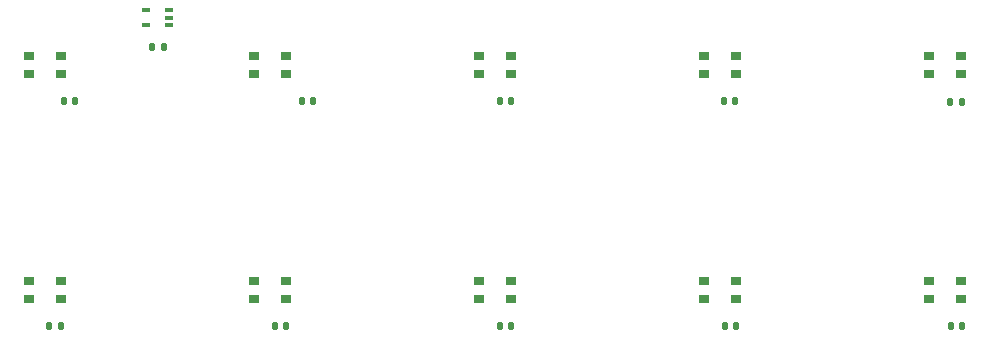
<source format=gbr>
%TF.GenerationSoftware,KiCad,Pcbnew,(7.0.0-0)*%
%TF.CreationDate,2023-04-10T20:33:14-04:00*%
%TF.ProjectId,KnGYT,4b6e4759-542e-46b6-9963-61645f706362,rev?*%
%TF.SameCoordinates,Original*%
%TF.FileFunction,Paste,Top*%
%TF.FilePolarity,Positive*%
%FSLAX46Y46*%
G04 Gerber Fmt 4.6, Leading zero omitted, Abs format (unit mm)*
G04 Created by KiCad (PCBNEW (7.0.0-0)) date 2023-04-10 20:33:14*
%MOMM*%
%LPD*%
G01*
G04 APERTURE LIST*
G04 Aperture macros list*
%AMRoundRect*
0 Rectangle with rounded corners*
0 $1 Rounding radius*
0 $2 $3 $4 $5 $6 $7 $8 $9 X,Y pos of 4 corners*
0 Add a 4 corners polygon primitive as box body*
4,1,4,$2,$3,$4,$5,$6,$7,$8,$9,$2,$3,0*
0 Add four circle primitives for the rounded corners*
1,1,$1+$1,$2,$3*
1,1,$1+$1,$4,$5*
1,1,$1+$1,$6,$7*
1,1,$1+$1,$8,$9*
0 Add four rect primitives between the rounded corners*
20,1,$1+$1,$2,$3,$4,$5,0*
20,1,$1+$1,$4,$5,$6,$7,0*
20,1,$1+$1,$6,$7,$8,$9,0*
20,1,$1+$1,$8,$9,$2,$3,0*%
G04 Aperture macros list end*
%ADD10RoundRect,0.140000X0.140000X0.170000X-0.140000X0.170000X-0.140000X-0.170000X0.140000X-0.170000X0*%
%ADD11R,0.900000X0.750000*%
%ADD12R,0.900000X0.760000*%
%ADD13RoundRect,0.140000X-0.140000X-0.170000X0.140000X-0.170000X0.140000X0.170000X-0.140000X0.170000X0*%
%ADD14R,0.650000X0.400000*%
G04 APERTURE END LIST*
D10*
%TO.C,C4*%
X137400000Y-66975000D03*
X136440000Y-66975000D03*
%TD*%
D11*
%TO.C,NP10*%
X153774999Y-82199999D03*
X153774999Y-83699999D03*
D12*
X156474999Y-83699999D03*
D11*
X156474999Y-82199999D03*
%TD*%
%TO.C,NP8*%
X115674999Y-82199999D03*
X115674999Y-83699999D03*
D12*
X118374999Y-83699999D03*
D11*
X118374999Y-82199999D03*
%TD*%
D13*
%TO.C,C1*%
X80515000Y-66975000D03*
X81475000Y-66975000D03*
%TD*%
%TO.C,C11*%
X88020000Y-62400000D03*
X88980000Y-62400000D03*
%TD*%
D10*
%TO.C,C9*%
X137450000Y-86000000D03*
X136490000Y-86000000D03*
%TD*%
%TO.C,C8*%
X118405000Y-86025000D03*
X117445000Y-86025000D03*
%TD*%
D11*
%TO.C,NP3*%
X115674999Y-63149999D03*
X115674999Y-64649999D03*
D12*
X118374999Y-64649999D03*
D11*
X118374999Y-63149999D03*
%TD*%
D13*
%TO.C,C2*%
X100690000Y-66950000D03*
X101650000Y-66950000D03*
%TD*%
D10*
%TO.C,C5*%
X156560000Y-67000000D03*
X155600000Y-67000000D03*
%TD*%
%TO.C,C10*%
X156580000Y-86025000D03*
X155620000Y-86025000D03*
%TD*%
%TO.C,C6*%
X80275000Y-86000000D03*
X79315000Y-86000000D03*
%TD*%
%TO.C,C7*%
X99360000Y-85975000D03*
X98400000Y-85975000D03*
%TD*%
D11*
%TO.C,NP7*%
X96624999Y-82199999D03*
X96624999Y-83699999D03*
D12*
X99324999Y-83699999D03*
D11*
X99324999Y-82199999D03*
%TD*%
%TO.C,NP9*%
X134724999Y-82199999D03*
X134724999Y-83699999D03*
D12*
X137424999Y-83699999D03*
D11*
X137424999Y-82199999D03*
%TD*%
%TO.C,NP4*%
X134724999Y-63149999D03*
X134724999Y-64649999D03*
D12*
X137424999Y-64649999D03*
D11*
X137424999Y-63149999D03*
%TD*%
%TO.C,NP1*%
X77574999Y-63149999D03*
X77574999Y-64649999D03*
D12*
X80274999Y-64649999D03*
D11*
X80274999Y-63149999D03*
%TD*%
%TO.C,NP2*%
X96624999Y-63149999D03*
X96624999Y-64649999D03*
D12*
X99324999Y-64649999D03*
D11*
X99324999Y-63149999D03*
%TD*%
D10*
%TO.C,C3*%
X118400000Y-66950000D03*
X117440000Y-66950000D03*
%TD*%
D11*
%TO.C,NP6*%
X77574999Y-82199999D03*
X77574999Y-83699999D03*
D12*
X80274999Y-83699999D03*
D11*
X80274999Y-82199999D03*
%TD*%
D14*
%TO.C,U1*%
X89399999Y-60549999D03*
X89399999Y-59899999D03*
X89399999Y-59249999D03*
X87499999Y-59249999D03*
X87499999Y-60549999D03*
%TD*%
D11*
%TO.C,NP5*%
X153774999Y-63149999D03*
X153774999Y-64649999D03*
D12*
X156474999Y-64649999D03*
D11*
X156474999Y-63149999D03*
%TD*%
M02*

</source>
